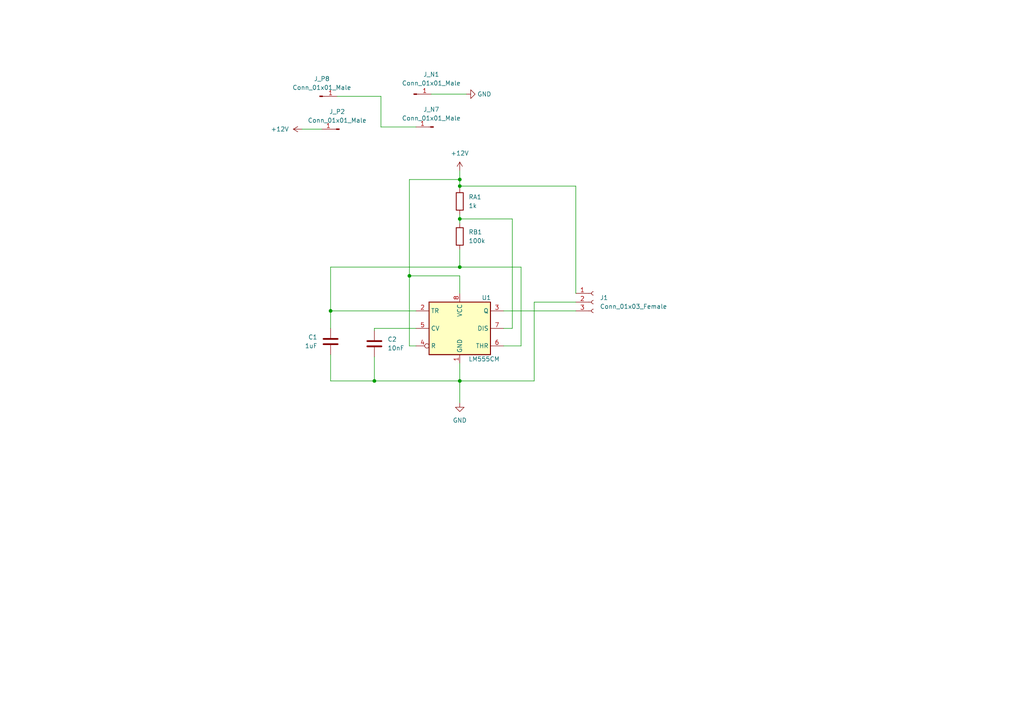
<source format=kicad_sch>
(kicad_sch (version 20211123) (generator eeschema)
  (paper "A4")
  (lib_symbols
    (symbol "Connector:Conn_01x01_Male" (pin_names (offset 1.016) hide)
      (property "Reference" "J" (at 0 2.54 0))
      (property "Value" "Conn_01x01_Male" (at 0 -2.54 0))
      (symbol "Conn_01x01_Male_1_1"
        (polyline (pts (xy 1.27 0) (xy 0.8636 0)) (stroke (width 0.1524)))
        (rectangle (start 0.8636 0.127) (end 0 -0.127) (stroke (width 0.1524)) (fill (type outline)))
        (pin passive line (at 5.08 0 180) (length 3.81) (name "Pin_1") (number "1"))
      )
    )
    (symbol "Connector:Conn_01x03_Female" (pin_names (offset 1.016) hide)
      (property "Reference" "J" (at 0 5.08 0))
      (property "Value" "Conn_01x03_Female" (at 0 -5.08 0))
      (symbol "Conn_01x03_Female_1_1"
        (arc (start 0 -2.032) (mid -0.508 -2.54) (end 0 -3.048) (stroke (width 0.1524)))
        (polyline (pts (xy -1.27 -2.54) (xy -0.508 -2.54)) (stroke (width 0.1524)))
        (polyline (pts (xy -1.27 0) (xy -0.508 0)) (stroke (width 0.1524)))
        (polyline (pts (xy -1.27 2.54) (xy -0.508 2.54)) (stroke (width 0.1524)))
        (arc (start 0 0.508) (mid -0.508 0) (end 0 -0.508) (stroke (width 0.1524)))
        (arc (start 0 3.048) (mid -0.508 2.54) (end 0 2.032) (stroke (width 0.1524)))
        (pin passive line (at -5.08 2.54 0) (length 3.81) (name "Pin_1") (number "1"))
        (pin passive line (at -5.08 0 0) (length 3.81) (name "Pin_2") (number "2"))
        (pin passive line (at -5.08 -2.54 0) (length 3.81) (name "Pin_3") (number "3"))
      )
    )
    (symbol "Device:C" (pin_numbers hide) (pin_names (offset 0.254))
      (property "Reference" "C" (at 0.635 2.54 0))
      (property "Value" "C" (at 0.635 -2.54 0))
      (symbol "C_0_1"
        (polyline (pts (xy -2.032 -0.762) (xy 2.032 -0.762)) (stroke (width 0.508)))
        (polyline (pts (xy -2.032 0.762) (xy 2.032 0.762)) (stroke (width 0.508)))
      )
      (symbol "C_1_1"
        (pin passive line (at 0 3.81 270) (length 2.794) (name "~") (number "1"))
        (pin passive line (at 0 -3.81 90) (length 2.794) (name "~") (number "2"))
      )
    )
    (symbol "Device:R" (pin_numbers hide) (pin_names (offset 0))
      (property "Reference" "R" (at 2.032 0 90))
      (property "Value" "R" (at 0 0 90))
      (symbol "R_0_1"
        (rectangle (start -1.016 -2.54) (end 1.016 2.54) (stroke (width 0.254)))
      )
      (symbol "R_1_1"
        (pin passive line (at 0 3.81 270) (length 1.27) (name "~") (number "1"))
        (pin passive line (at 0 -3.81 90) (length 1.27) (name "~") (number "2"))
      )
    )
    (symbol "Timer:LM555xM"
      (property "Reference" "U" (at -10.16 8.89 0))
      (property "Value" "LM555xM" (at 2.54 8.89 0))
      (symbol "LM555xM_0_0"
        (pin power_in line (at 0 -10.16 90) (length 2.54) (name "GND") (number "1"))
        (pin power_in line (at 0 10.16 270) (length 2.54) (name "VCC") (number "8"))
      )
      (symbol "LM555xM_0_1"
        (rectangle (start -8.89 -7.62) (end 8.89 7.62) (stroke (width 0.254)) (fill (type background)))
        (rectangle (start -8.89 -7.62) (end 8.89 7.62) (stroke (width 0.254)) (fill (type background)))
      )
      (symbol "LM555xM_1_1"
        (pin input line (at -12.7 5.08 0) (length 3.81) (name "TR") (number "2"))
        (pin output line (at 12.7 5.08 180) (length 3.81) (name "Q") (number "3"))
        (pin input inverted (at -12.7 -5.08 0) (length 3.81) (name "R") (number "4"))
        (pin input line (at -12.7 0 0) (length 3.81) (name "CV") (number "5"))
        (pin input line (at 12.7 -5.08 180) (length 3.81) (name "THR") (number "6"))
        (pin input line (at 12.7 0 180) (length 3.81) (name "DIS") (number "7"))
      )
    )
    (symbol "power:+12V" (power) (pin_names (offset 0))
      (property "Value" "+12V" (at 0 3.556 0))
      (symbol "+12V_0_1"
        (polyline (pts (xy -0.762 1.27) (xy 0 2.54)))
        (polyline (pts (xy 0 0) (xy 0 2.54)))
        (polyline (pts (xy 0 2.54) (xy 0.762 1.27)))
      )
      (symbol "+12V_1_1"
        (pin power_in line (at 0 0 90) (length 0) hide (name "+12V") (number "1"))
      )
    )
    (symbol "power:GND" (power) (pin_names (offset 0))
      (property "Value" "GND" (at 0 -3.81 0))
      (symbol "GND_0_1"
        (polyline (pts (xy 0 0) (xy 0 -1.27) (xy 1.27 -1.27) (xy 0 -2.54) (xy -1.27 -1.27) (xy 0 -1.27)))
      )
      (symbol "GND_1_1"
        (pin power_in line (at 0 0 270) (length 0) hide (name "GND") (number "1"))
      )
    )
  )
  (junction (at 133.35 52.07))
  (junction (at 133.35 53.975))
  (junction (at 133.35 110.49))
  (junction (at 95.885 90.17))
  (junction (at 118.745 80.01))
  (junction (at 108.585 110.49))
  (junction (at 133.35 77.47))
  (junction (at 133.35 63.5))
  (wire (pts (xy 120.65 95.25) (xy 108.585 95.25)))
  (wire (pts (xy 133.35 63.5) (xy 133.35 64.77)))
  (wire (pts (xy 95.885 77.47) (xy 133.35 77.47)))
  (wire (pts (xy 125.095 27.305) (xy 135.255 27.305)))
  (wire (pts (xy 167.005 85.09) (xy 167.005 53.975)))
  (wire (pts (xy 133.35 62.23) (xy 133.35 63.5)))
  (wire (pts (xy 108.585 110.49) (xy 133.35 110.49)))
  (wire (pts (xy 133.35 72.39) (xy 133.35 77.47)))
  (wire (pts (xy 110.49 36.83) (xy 120.65 36.83)))
  (wire (pts (xy 167.005 87.63) (xy 154.94 87.63)))
  (wire (pts (xy 154.94 110.49) (xy 133.35 110.49)))
  (wire (pts (xy 133.35 52.07) (xy 133.35 53.975)))
  (wire (pts (xy 133.35 53.975) (xy 133.35 54.61)))
  (wire (pts (xy 146.05 90.17) (xy 167.005 90.17)))
  (wire (pts (xy 133.35 53.975) (xy 167.005 53.975)))
  (wire (pts (xy 133.35 80.01) (xy 133.35 85.09)))
  (wire (pts (xy 133.35 110.49) (xy 133.35 116.84)))
  (wire (pts (xy 95.885 90.17) (xy 95.885 95.25)))
  (wire (pts (xy 148.59 95.25) (xy 146.05 95.25)))
  (wire (pts (xy 154.94 87.63) (xy 154.94 110.49)))
  (wire (pts (xy 133.35 105.41) (xy 133.35 110.49)))
  (wire (pts (xy 133.35 49.53) (xy 133.35 52.07)))
  (wire (pts (xy 110.49 27.94) (xy 110.49 36.83)))
  (wire (pts (xy 151.13 77.47) (xy 151.13 100.33)))
  (wire (pts (xy 95.885 102.87) (xy 95.885 110.49)))
  (wire (pts (xy 133.35 77.47) (xy 151.13 77.47)))
  (wire (pts (xy 95.885 90.17) (xy 120.65 90.17)))
  (wire (pts (xy 108.585 103.505) (xy 108.585 110.49)))
  (wire (pts (xy 118.745 52.07) (xy 118.745 80.01)))
  (wire (pts (xy 133.35 80.01) (xy 118.745 80.01)))
  (wire (pts (xy 120.65 100.33) (xy 118.745 100.33)))
  (wire (pts (xy 108.585 95.25) (xy 108.585 95.885)))
  (wire (pts (xy 133.35 63.5) (xy 148.59 63.5)))
  (wire (pts (xy 97.79 27.94) (xy 110.49 27.94)))
  (wire (pts (xy 148.59 63.5) (xy 148.59 95.25)))
  (wire (pts (xy 118.745 80.01) (xy 118.745 100.33)))
  (wire (pts (xy 95.885 77.47) (xy 95.885 90.17)))
  (wire (pts (xy 151.13 100.33) (xy 146.05 100.33)))
  (wire (pts (xy 118.745 52.07) (xy 133.35 52.07)))
  (wire (pts (xy 95.885 110.49) (xy 108.585 110.49)))
  (wire (pts (xy 87.63 37.465) (xy 93.345 37.465)))
  (symbol (lib_id "power:+12V") (at 133.35 49.53 0) (unit 1)
    (property "Reference" "#PWR0101" (effects hide))
    (property "Value" "+12V" (at 133.35 44.45 0))
  )
  (symbol (lib_id "Connector:Conn_01x01_Male") (at 125.73 36.83 0) (mirror y) (unit 1)
    (property "Reference" "J_N7" (at 125.095 31.75 0))
    (property "Value" "Conn_01x01_Male" (at 125.095 34.29 0))
    (property "Footprint" "Connector_PinHeader_2.54mm:PinHeader_1x01_P2.54mm_Vertical" (effects hide))
  )
  (symbol (lib_id "Connector:Conn_01x01_Male") (at 98.425 37.465 0) (mirror y) (unit 1)
    (property "Reference" "J_P2" (at 97.79 32.385 0))
    (property "Value" "Conn_01x01_Male" (at 97.79 34.925 0))
    (property "Footprint" "Connector_PinHeader_2.54mm:PinHeader_1x01_P2.54mm_Vertical" (effects hide))
  )
  (symbol (lib_id "power:GND") (at 135.255 27.305 90) (unit 1)
    (property "Reference" "#PWR0104" (effects hide))
    (property "Value" "GND" (at 138.43 27.3049 90) (effects (justify right)))
  )
  (symbol (lib_id "Device:C") (at 108.585 99.695 0) (unit 1)
    (property "Reference" "C2" (at 112.395 98.4249 0) (effects (justify left)))
    (property "Value" "10nF" (at 112.395 100.9649 0) (effects (justify left)))
    (property "Footprint" "Capacitor_SMD:C_0805_2012Metric" (effects hide))
  )
  (symbol (lib_id "Connector:Conn_01x01_Male") (at 92.71 27.94 0) (unit 1)
    (property "Reference" "J_P8" (at 93.345 22.86 0))
    (property "Value" "Conn_01x01_Male" (at 93.345 25.4 0))
    (property "Footprint" "Connector_PinHeader_2.54mm:PinHeader_1x01_P2.54mm_Vertical" (effects hide))
  )
  (symbol (lib_id "Connector:Conn_01x01_Male") (at 120.015 27.305 0) (unit 1)
    (property "Reference" "J_N1" (at 125.095 21.59 0))
    (property "Value" "Conn_01x01_Male" (at 125.095 24.13 0))
    (property "Footprint" "Connector_PinHeader_2.54mm:PinHeader_1x01_P2.54mm_Vertical" (effects hide))
  )
  (symbol (lib_id "power:GND") (at 133.35 116.84 0) (unit 1)
    (property "Reference" "#PWR0102" (effects hide))
    (property "Value" "GND" (at 133.35 121.92 0))
  )
  (symbol (lib_id "Device:C") (at 95.885 99.06 0) (mirror y) (unit 1)
    (property "Reference" "C1" (at 92.075 97.7899 0) (effects (justify left)))
    (property "Value" "1uF" (at 92.075 100.3299 0) (effects (justify left)))
    (property "Footprint" "Capacitor_SMD:C_0805_2012Metric" (effects hide))
  )
  (symbol (lib_id "Device:R") (at 133.35 68.58 0) (unit 1)
    (property "Reference" "RB1" (at 135.89 67.3099 0) (effects (justify left)))
    (property "Value" "100k" (at 135.89 69.8499 0) (effects (justify left)))
    (property "Footprint" "Resistor_SMD:R_0402_1005Metric" (effects hide))
  )
  (symbol (lib_id "power:+12V") (at 87.63 37.465 90) (unit 1)
    (property "Reference" "#PWR0103" (effects hide))
    (property "Value" "+12V" (at 83.82 37.4649 90) (effects (justify left)))
  )
  (symbol (lib_id "Connector:Conn_01x03_Female") (at 172.085 87.63 0) (unit 1)
    (property "Reference" "J1" (at 173.99 86.3599 0) (effects (justify left)))
    (property "Value" "Conn_01x03_Female" (at 173.99 88.8999 0) (effects (justify left)))
    (property "Footprint" "Connector_PinHeader_2.54mm:PinHeader_1x03_P2.54mm_Vertical" (effects hide))
  )
  (symbol (lib_id "Device:R") (at 133.35 58.42 0) (unit 1)
    (property "Reference" "RA1" (at 135.89 57.1499 0) (effects (justify left)))
    (property "Value" "1k" (at 135.89 59.6899 0) (effects (justify left)))
    (property "Footprint" "Resistor_SMD:R_0402_1005Metric" (effects hide))
  )
  (symbol (lib_id "Timer:LM555xM") (at 133.35 95.25 0) (unit 1)
    (property "Reference" "U1" (at 139.7 86.36 0) (effects (justify left)))
    (property "Value" "LM555CM" (at 135.89 104.14 0) (effects (justify left)))
    (property "Footprint" "Package_SO:SOIC-8_3.9x4.9mm_P1.27mm" (effects hide))
    (property "Datasheet" "http://www.ti.com/lit/ds/symlink/lm555.pdf" (effects hide))
  )
)
</source>
